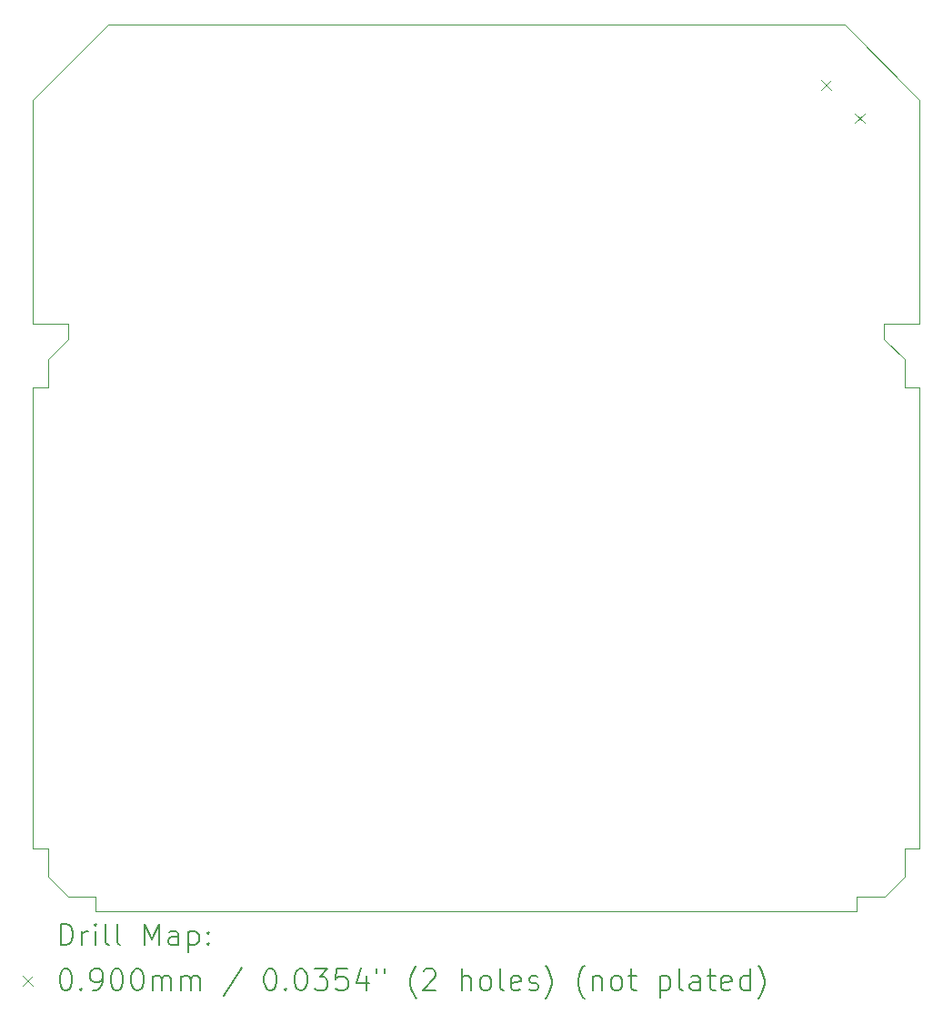
<source format=gbr>
%TF.GenerationSoftware,KiCad,Pcbnew,7.0.5-0*%
%TF.CreationDate,2023-06-16T23:12:30-07:00*%
%TF.ProjectId,Jumperless2,4a756d70-6572-46c6-9573-73322e6b6963,rev?*%
%TF.SameCoordinates,Original*%
%TF.FileFunction,Drillmap*%
%TF.FilePolarity,Positive*%
%FSLAX45Y45*%
G04 Gerber Fmt 4.5, Leading zero omitted, Abs format (unit mm)*
G04 Created by KiCad (PCBNEW 7.0.5-0) date 2023-06-16 23:12:30*
%MOMM*%
%LPD*%
G01*
G04 APERTURE LIST*
%ADD10C,0.100000*%
%ADD11C,0.200000*%
%ADD12C,0.090000*%
G04 APERTURE END LIST*
D10*
X11714500Y-18148300D02*
X11714500Y-13855700D01*
X3459500Y-13258800D02*
X3459500Y-11176000D01*
X11390650Y-18592800D02*
X11130300Y-18592800D01*
X11384300Y-13398500D02*
X11384300Y-13404850D01*
X3459500Y-18148300D02*
X3599200Y-18148300D01*
X3777000Y-13258800D02*
X3459500Y-13258800D01*
X11714500Y-18148300D02*
X11574800Y-18148300D01*
X3459500Y-11176000D02*
X4158000Y-10477500D01*
X11130300Y-18732500D02*
X4043700Y-18732500D01*
X3789700Y-13404850D02*
X3599200Y-13595350D01*
X3599200Y-18148300D02*
X3599200Y-18408650D01*
X11130300Y-18592800D02*
X11130300Y-18732500D01*
X11384300Y-13404850D02*
X11574800Y-13595350D01*
X3789700Y-13258800D02*
X3789700Y-13404850D01*
X11397000Y-13258800D02*
X11384300Y-13258800D01*
X3777000Y-13258800D02*
X3789700Y-13258800D01*
X3783350Y-18592800D02*
X4043700Y-18592800D01*
X11574800Y-18148300D02*
X11574800Y-18408650D01*
X11714500Y-11176000D02*
X11016000Y-10477500D01*
X3599200Y-13595350D02*
X3599200Y-13855700D01*
X3459500Y-13855700D02*
X3459500Y-18148300D01*
X4043700Y-18592800D02*
X4043700Y-18732500D01*
X11574800Y-13855700D02*
X11714500Y-13855700D01*
X11016000Y-10477500D02*
X4158000Y-10477500D01*
X3599200Y-13855700D02*
X3459500Y-13855700D01*
X11574800Y-18408650D02*
X11390650Y-18592800D01*
X11397000Y-13258800D02*
X11714500Y-13258800D01*
X11574800Y-13595350D02*
X11574800Y-13855700D01*
X11384300Y-13258800D02*
X11384300Y-13398500D01*
X11714500Y-13258800D02*
X11714500Y-11176000D01*
X3599200Y-18408650D02*
X3783350Y-18592800D01*
D11*
D12*
X10799587Y-10993787D02*
X10889587Y-11083787D01*
X10889587Y-10993787D02*
X10799587Y-11083787D01*
X11110714Y-11304913D02*
X11200713Y-11394913D01*
X11200713Y-11304913D02*
X11110714Y-11394913D01*
D11*
X3715277Y-19048984D02*
X3715277Y-18848984D01*
X3715277Y-18848984D02*
X3762896Y-18848984D01*
X3762896Y-18848984D02*
X3791467Y-18858508D01*
X3791467Y-18858508D02*
X3810515Y-18877555D01*
X3810515Y-18877555D02*
X3820039Y-18896603D01*
X3820039Y-18896603D02*
X3829562Y-18934698D01*
X3829562Y-18934698D02*
X3829562Y-18963270D01*
X3829562Y-18963270D02*
X3820039Y-19001365D01*
X3820039Y-19001365D02*
X3810515Y-19020412D01*
X3810515Y-19020412D02*
X3791467Y-19039460D01*
X3791467Y-19039460D02*
X3762896Y-19048984D01*
X3762896Y-19048984D02*
X3715277Y-19048984D01*
X3915277Y-19048984D02*
X3915277Y-18915650D01*
X3915277Y-18953746D02*
X3924801Y-18934698D01*
X3924801Y-18934698D02*
X3934324Y-18925174D01*
X3934324Y-18925174D02*
X3953372Y-18915650D01*
X3953372Y-18915650D02*
X3972420Y-18915650D01*
X4039086Y-19048984D02*
X4039086Y-18915650D01*
X4039086Y-18848984D02*
X4029562Y-18858508D01*
X4029562Y-18858508D02*
X4039086Y-18868031D01*
X4039086Y-18868031D02*
X4048610Y-18858508D01*
X4048610Y-18858508D02*
X4039086Y-18848984D01*
X4039086Y-18848984D02*
X4039086Y-18868031D01*
X4162896Y-19048984D02*
X4143848Y-19039460D01*
X4143848Y-19039460D02*
X4134324Y-19020412D01*
X4134324Y-19020412D02*
X4134324Y-18848984D01*
X4267658Y-19048984D02*
X4248610Y-19039460D01*
X4248610Y-19039460D02*
X4239086Y-19020412D01*
X4239086Y-19020412D02*
X4239086Y-18848984D01*
X4496229Y-19048984D02*
X4496229Y-18848984D01*
X4496229Y-18848984D02*
X4562896Y-18991841D01*
X4562896Y-18991841D02*
X4629563Y-18848984D01*
X4629563Y-18848984D02*
X4629563Y-19048984D01*
X4810515Y-19048984D02*
X4810515Y-18944222D01*
X4810515Y-18944222D02*
X4800991Y-18925174D01*
X4800991Y-18925174D02*
X4781944Y-18915650D01*
X4781944Y-18915650D02*
X4743848Y-18915650D01*
X4743848Y-18915650D02*
X4724801Y-18925174D01*
X4810515Y-19039460D02*
X4791467Y-19048984D01*
X4791467Y-19048984D02*
X4743848Y-19048984D01*
X4743848Y-19048984D02*
X4724801Y-19039460D01*
X4724801Y-19039460D02*
X4715277Y-19020412D01*
X4715277Y-19020412D02*
X4715277Y-19001365D01*
X4715277Y-19001365D02*
X4724801Y-18982317D01*
X4724801Y-18982317D02*
X4743848Y-18972793D01*
X4743848Y-18972793D02*
X4791467Y-18972793D01*
X4791467Y-18972793D02*
X4810515Y-18963270D01*
X4905753Y-18915650D02*
X4905753Y-19115650D01*
X4905753Y-18925174D02*
X4924801Y-18915650D01*
X4924801Y-18915650D02*
X4962896Y-18915650D01*
X4962896Y-18915650D02*
X4981944Y-18925174D01*
X4981944Y-18925174D02*
X4991467Y-18934698D01*
X4991467Y-18934698D02*
X5000991Y-18953746D01*
X5000991Y-18953746D02*
X5000991Y-19010889D01*
X5000991Y-19010889D02*
X4991467Y-19029936D01*
X4991467Y-19029936D02*
X4981944Y-19039460D01*
X4981944Y-19039460D02*
X4962896Y-19048984D01*
X4962896Y-19048984D02*
X4924801Y-19048984D01*
X4924801Y-19048984D02*
X4905753Y-19039460D01*
X5086705Y-19029936D02*
X5096229Y-19039460D01*
X5096229Y-19039460D02*
X5086705Y-19048984D01*
X5086705Y-19048984D02*
X5077182Y-19039460D01*
X5077182Y-19039460D02*
X5086705Y-19029936D01*
X5086705Y-19029936D02*
X5086705Y-19048984D01*
X5086705Y-18925174D02*
X5096229Y-18934698D01*
X5096229Y-18934698D02*
X5086705Y-18944222D01*
X5086705Y-18944222D02*
X5077182Y-18934698D01*
X5077182Y-18934698D02*
X5086705Y-18925174D01*
X5086705Y-18925174D02*
X5086705Y-18944222D01*
D12*
X3364500Y-19332500D02*
X3454500Y-19422500D01*
X3454500Y-19332500D02*
X3364500Y-19422500D01*
D11*
X3753372Y-19268984D02*
X3772420Y-19268984D01*
X3772420Y-19268984D02*
X3791467Y-19278508D01*
X3791467Y-19278508D02*
X3800991Y-19288031D01*
X3800991Y-19288031D02*
X3810515Y-19307079D01*
X3810515Y-19307079D02*
X3820039Y-19345174D01*
X3820039Y-19345174D02*
X3820039Y-19392793D01*
X3820039Y-19392793D02*
X3810515Y-19430889D01*
X3810515Y-19430889D02*
X3800991Y-19449936D01*
X3800991Y-19449936D02*
X3791467Y-19459460D01*
X3791467Y-19459460D02*
X3772420Y-19468984D01*
X3772420Y-19468984D02*
X3753372Y-19468984D01*
X3753372Y-19468984D02*
X3734324Y-19459460D01*
X3734324Y-19459460D02*
X3724801Y-19449936D01*
X3724801Y-19449936D02*
X3715277Y-19430889D01*
X3715277Y-19430889D02*
X3705753Y-19392793D01*
X3705753Y-19392793D02*
X3705753Y-19345174D01*
X3705753Y-19345174D02*
X3715277Y-19307079D01*
X3715277Y-19307079D02*
X3724801Y-19288031D01*
X3724801Y-19288031D02*
X3734324Y-19278508D01*
X3734324Y-19278508D02*
X3753372Y-19268984D01*
X3905753Y-19449936D02*
X3915277Y-19459460D01*
X3915277Y-19459460D02*
X3905753Y-19468984D01*
X3905753Y-19468984D02*
X3896229Y-19459460D01*
X3896229Y-19459460D02*
X3905753Y-19449936D01*
X3905753Y-19449936D02*
X3905753Y-19468984D01*
X4010515Y-19468984D02*
X4048610Y-19468984D01*
X4048610Y-19468984D02*
X4067658Y-19459460D01*
X4067658Y-19459460D02*
X4077182Y-19449936D01*
X4077182Y-19449936D02*
X4096229Y-19421365D01*
X4096229Y-19421365D02*
X4105753Y-19383270D01*
X4105753Y-19383270D02*
X4105753Y-19307079D01*
X4105753Y-19307079D02*
X4096229Y-19288031D01*
X4096229Y-19288031D02*
X4086705Y-19278508D01*
X4086705Y-19278508D02*
X4067658Y-19268984D01*
X4067658Y-19268984D02*
X4029562Y-19268984D01*
X4029562Y-19268984D02*
X4010515Y-19278508D01*
X4010515Y-19278508D02*
X4000991Y-19288031D01*
X4000991Y-19288031D02*
X3991467Y-19307079D01*
X3991467Y-19307079D02*
X3991467Y-19354698D01*
X3991467Y-19354698D02*
X4000991Y-19373746D01*
X4000991Y-19373746D02*
X4010515Y-19383270D01*
X4010515Y-19383270D02*
X4029562Y-19392793D01*
X4029562Y-19392793D02*
X4067658Y-19392793D01*
X4067658Y-19392793D02*
X4086705Y-19383270D01*
X4086705Y-19383270D02*
X4096229Y-19373746D01*
X4096229Y-19373746D02*
X4105753Y-19354698D01*
X4229563Y-19268984D02*
X4248610Y-19268984D01*
X4248610Y-19268984D02*
X4267658Y-19278508D01*
X4267658Y-19278508D02*
X4277182Y-19288031D01*
X4277182Y-19288031D02*
X4286705Y-19307079D01*
X4286705Y-19307079D02*
X4296229Y-19345174D01*
X4296229Y-19345174D02*
X4296229Y-19392793D01*
X4296229Y-19392793D02*
X4286705Y-19430889D01*
X4286705Y-19430889D02*
X4277182Y-19449936D01*
X4277182Y-19449936D02*
X4267658Y-19459460D01*
X4267658Y-19459460D02*
X4248610Y-19468984D01*
X4248610Y-19468984D02*
X4229563Y-19468984D01*
X4229563Y-19468984D02*
X4210515Y-19459460D01*
X4210515Y-19459460D02*
X4200991Y-19449936D01*
X4200991Y-19449936D02*
X4191467Y-19430889D01*
X4191467Y-19430889D02*
X4181943Y-19392793D01*
X4181943Y-19392793D02*
X4181943Y-19345174D01*
X4181943Y-19345174D02*
X4191467Y-19307079D01*
X4191467Y-19307079D02*
X4200991Y-19288031D01*
X4200991Y-19288031D02*
X4210515Y-19278508D01*
X4210515Y-19278508D02*
X4229563Y-19268984D01*
X4420039Y-19268984D02*
X4439086Y-19268984D01*
X4439086Y-19268984D02*
X4458134Y-19278508D01*
X4458134Y-19278508D02*
X4467658Y-19288031D01*
X4467658Y-19288031D02*
X4477182Y-19307079D01*
X4477182Y-19307079D02*
X4486705Y-19345174D01*
X4486705Y-19345174D02*
X4486705Y-19392793D01*
X4486705Y-19392793D02*
X4477182Y-19430889D01*
X4477182Y-19430889D02*
X4467658Y-19449936D01*
X4467658Y-19449936D02*
X4458134Y-19459460D01*
X4458134Y-19459460D02*
X4439086Y-19468984D01*
X4439086Y-19468984D02*
X4420039Y-19468984D01*
X4420039Y-19468984D02*
X4400991Y-19459460D01*
X4400991Y-19459460D02*
X4391467Y-19449936D01*
X4391467Y-19449936D02*
X4381944Y-19430889D01*
X4381944Y-19430889D02*
X4372420Y-19392793D01*
X4372420Y-19392793D02*
X4372420Y-19345174D01*
X4372420Y-19345174D02*
X4381944Y-19307079D01*
X4381944Y-19307079D02*
X4391467Y-19288031D01*
X4391467Y-19288031D02*
X4400991Y-19278508D01*
X4400991Y-19278508D02*
X4420039Y-19268984D01*
X4572420Y-19468984D02*
X4572420Y-19335650D01*
X4572420Y-19354698D02*
X4581944Y-19345174D01*
X4581944Y-19345174D02*
X4600991Y-19335650D01*
X4600991Y-19335650D02*
X4629563Y-19335650D01*
X4629563Y-19335650D02*
X4648610Y-19345174D01*
X4648610Y-19345174D02*
X4658134Y-19364222D01*
X4658134Y-19364222D02*
X4658134Y-19468984D01*
X4658134Y-19364222D02*
X4667658Y-19345174D01*
X4667658Y-19345174D02*
X4686705Y-19335650D01*
X4686705Y-19335650D02*
X4715277Y-19335650D01*
X4715277Y-19335650D02*
X4734325Y-19345174D01*
X4734325Y-19345174D02*
X4743848Y-19364222D01*
X4743848Y-19364222D02*
X4743848Y-19468984D01*
X4839086Y-19468984D02*
X4839086Y-19335650D01*
X4839086Y-19354698D02*
X4848610Y-19345174D01*
X4848610Y-19345174D02*
X4867658Y-19335650D01*
X4867658Y-19335650D02*
X4896229Y-19335650D01*
X4896229Y-19335650D02*
X4915277Y-19345174D01*
X4915277Y-19345174D02*
X4924801Y-19364222D01*
X4924801Y-19364222D02*
X4924801Y-19468984D01*
X4924801Y-19364222D02*
X4934325Y-19345174D01*
X4934325Y-19345174D02*
X4953372Y-19335650D01*
X4953372Y-19335650D02*
X4981944Y-19335650D01*
X4981944Y-19335650D02*
X5000991Y-19345174D01*
X5000991Y-19345174D02*
X5010515Y-19364222D01*
X5010515Y-19364222D02*
X5010515Y-19468984D01*
X5400991Y-19259460D02*
X5229563Y-19516603D01*
X5658134Y-19268984D02*
X5677182Y-19268984D01*
X5677182Y-19268984D02*
X5696229Y-19278508D01*
X5696229Y-19278508D02*
X5705753Y-19288031D01*
X5705753Y-19288031D02*
X5715277Y-19307079D01*
X5715277Y-19307079D02*
X5724801Y-19345174D01*
X5724801Y-19345174D02*
X5724801Y-19392793D01*
X5724801Y-19392793D02*
X5715277Y-19430889D01*
X5715277Y-19430889D02*
X5705753Y-19449936D01*
X5705753Y-19449936D02*
X5696229Y-19459460D01*
X5696229Y-19459460D02*
X5677182Y-19468984D01*
X5677182Y-19468984D02*
X5658134Y-19468984D01*
X5658134Y-19468984D02*
X5639086Y-19459460D01*
X5639086Y-19459460D02*
X5629563Y-19449936D01*
X5629563Y-19449936D02*
X5620039Y-19430889D01*
X5620039Y-19430889D02*
X5610515Y-19392793D01*
X5610515Y-19392793D02*
X5610515Y-19345174D01*
X5610515Y-19345174D02*
X5620039Y-19307079D01*
X5620039Y-19307079D02*
X5629563Y-19288031D01*
X5629563Y-19288031D02*
X5639086Y-19278508D01*
X5639086Y-19278508D02*
X5658134Y-19268984D01*
X5810515Y-19449936D02*
X5820039Y-19459460D01*
X5820039Y-19459460D02*
X5810515Y-19468984D01*
X5810515Y-19468984D02*
X5800991Y-19459460D01*
X5800991Y-19459460D02*
X5810515Y-19449936D01*
X5810515Y-19449936D02*
X5810515Y-19468984D01*
X5943848Y-19268984D02*
X5962896Y-19268984D01*
X5962896Y-19268984D02*
X5981944Y-19278508D01*
X5981944Y-19278508D02*
X5991467Y-19288031D01*
X5991467Y-19288031D02*
X6000991Y-19307079D01*
X6000991Y-19307079D02*
X6010515Y-19345174D01*
X6010515Y-19345174D02*
X6010515Y-19392793D01*
X6010515Y-19392793D02*
X6000991Y-19430889D01*
X6000991Y-19430889D02*
X5991467Y-19449936D01*
X5991467Y-19449936D02*
X5981944Y-19459460D01*
X5981944Y-19459460D02*
X5962896Y-19468984D01*
X5962896Y-19468984D02*
X5943848Y-19468984D01*
X5943848Y-19468984D02*
X5924801Y-19459460D01*
X5924801Y-19459460D02*
X5915277Y-19449936D01*
X5915277Y-19449936D02*
X5905753Y-19430889D01*
X5905753Y-19430889D02*
X5896229Y-19392793D01*
X5896229Y-19392793D02*
X5896229Y-19345174D01*
X5896229Y-19345174D02*
X5905753Y-19307079D01*
X5905753Y-19307079D02*
X5915277Y-19288031D01*
X5915277Y-19288031D02*
X5924801Y-19278508D01*
X5924801Y-19278508D02*
X5943848Y-19268984D01*
X6077182Y-19268984D02*
X6200991Y-19268984D01*
X6200991Y-19268984D02*
X6134325Y-19345174D01*
X6134325Y-19345174D02*
X6162896Y-19345174D01*
X6162896Y-19345174D02*
X6181944Y-19354698D01*
X6181944Y-19354698D02*
X6191467Y-19364222D01*
X6191467Y-19364222D02*
X6200991Y-19383270D01*
X6200991Y-19383270D02*
X6200991Y-19430889D01*
X6200991Y-19430889D02*
X6191467Y-19449936D01*
X6191467Y-19449936D02*
X6181944Y-19459460D01*
X6181944Y-19459460D02*
X6162896Y-19468984D01*
X6162896Y-19468984D02*
X6105753Y-19468984D01*
X6105753Y-19468984D02*
X6086706Y-19459460D01*
X6086706Y-19459460D02*
X6077182Y-19449936D01*
X6381944Y-19268984D02*
X6286706Y-19268984D01*
X6286706Y-19268984D02*
X6277182Y-19364222D01*
X6277182Y-19364222D02*
X6286706Y-19354698D01*
X6286706Y-19354698D02*
X6305753Y-19345174D01*
X6305753Y-19345174D02*
X6353372Y-19345174D01*
X6353372Y-19345174D02*
X6372420Y-19354698D01*
X6372420Y-19354698D02*
X6381944Y-19364222D01*
X6381944Y-19364222D02*
X6391467Y-19383270D01*
X6391467Y-19383270D02*
X6391467Y-19430889D01*
X6391467Y-19430889D02*
X6381944Y-19449936D01*
X6381944Y-19449936D02*
X6372420Y-19459460D01*
X6372420Y-19459460D02*
X6353372Y-19468984D01*
X6353372Y-19468984D02*
X6305753Y-19468984D01*
X6305753Y-19468984D02*
X6286706Y-19459460D01*
X6286706Y-19459460D02*
X6277182Y-19449936D01*
X6562896Y-19335650D02*
X6562896Y-19468984D01*
X6515277Y-19259460D02*
X6467658Y-19402317D01*
X6467658Y-19402317D02*
X6591467Y-19402317D01*
X6658134Y-19268984D02*
X6658134Y-19307079D01*
X6734325Y-19268984D02*
X6734325Y-19307079D01*
X7029563Y-19545174D02*
X7020039Y-19535650D01*
X7020039Y-19535650D02*
X7000991Y-19507079D01*
X7000991Y-19507079D02*
X6991468Y-19488031D01*
X6991468Y-19488031D02*
X6981944Y-19459460D01*
X6981944Y-19459460D02*
X6972420Y-19411841D01*
X6972420Y-19411841D02*
X6972420Y-19373746D01*
X6972420Y-19373746D02*
X6981944Y-19326127D01*
X6981944Y-19326127D02*
X6991468Y-19297555D01*
X6991468Y-19297555D02*
X7000991Y-19278508D01*
X7000991Y-19278508D02*
X7020039Y-19249936D01*
X7020039Y-19249936D02*
X7029563Y-19240412D01*
X7096229Y-19288031D02*
X7105753Y-19278508D01*
X7105753Y-19278508D02*
X7124801Y-19268984D01*
X7124801Y-19268984D02*
X7172420Y-19268984D01*
X7172420Y-19268984D02*
X7191468Y-19278508D01*
X7191468Y-19278508D02*
X7200991Y-19288031D01*
X7200991Y-19288031D02*
X7210515Y-19307079D01*
X7210515Y-19307079D02*
X7210515Y-19326127D01*
X7210515Y-19326127D02*
X7200991Y-19354698D01*
X7200991Y-19354698D02*
X7086706Y-19468984D01*
X7086706Y-19468984D02*
X7210515Y-19468984D01*
X7448610Y-19468984D02*
X7448610Y-19268984D01*
X7534325Y-19468984D02*
X7534325Y-19364222D01*
X7534325Y-19364222D02*
X7524801Y-19345174D01*
X7524801Y-19345174D02*
X7505753Y-19335650D01*
X7505753Y-19335650D02*
X7477182Y-19335650D01*
X7477182Y-19335650D02*
X7458134Y-19345174D01*
X7458134Y-19345174D02*
X7448610Y-19354698D01*
X7658134Y-19468984D02*
X7639087Y-19459460D01*
X7639087Y-19459460D02*
X7629563Y-19449936D01*
X7629563Y-19449936D02*
X7620039Y-19430889D01*
X7620039Y-19430889D02*
X7620039Y-19373746D01*
X7620039Y-19373746D02*
X7629563Y-19354698D01*
X7629563Y-19354698D02*
X7639087Y-19345174D01*
X7639087Y-19345174D02*
X7658134Y-19335650D01*
X7658134Y-19335650D02*
X7686706Y-19335650D01*
X7686706Y-19335650D02*
X7705753Y-19345174D01*
X7705753Y-19345174D02*
X7715277Y-19354698D01*
X7715277Y-19354698D02*
X7724801Y-19373746D01*
X7724801Y-19373746D02*
X7724801Y-19430889D01*
X7724801Y-19430889D02*
X7715277Y-19449936D01*
X7715277Y-19449936D02*
X7705753Y-19459460D01*
X7705753Y-19459460D02*
X7686706Y-19468984D01*
X7686706Y-19468984D02*
X7658134Y-19468984D01*
X7839087Y-19468984D02*
X7820039Y-19459460D01*
X7820039Y-19459460D02*
X7810515Y-19440412D01*
X7810515Y-19440412D02*
X7810515Y-19268984D01*
X7991468Y-19459460D02*
X7972420Y-19468984D01*
X7972420Y-19468984D02*
X7934325Y-19468984D01*
X7934325Y-19468984D02*
X7915277Y-19459460D01*
X7915277Y-19459460D02*
X7905753Y-19440412D01*
X7905753Y-19440412D02*
X7905753Y-19364222D01*
X7905753Y-19364222D02*
X7915277Y-19345174D01*
X7915277Y-19345174D02*
X7934325Y-19335650D01*
X7934325Y-19335650D02*
X7972420Y-19335650D01*
X7972420Y-19335650D02*
X7991468Y-19345174D01*
X7991468Y-19345174D02*
X8000991Y-19364222D01*
X8000991Y-19364222D02*
X8000991Y-19383270D01*
X8000991Y-19383270D02*
X7905753Y-19402317D01*
X8077182Y-19459460D02*
X8096230Y-19468984D01*
X8096230Y-19468984D02*
X8134325Y-19468984D01*
X8134325Y-19468984D02*
X8153372Y-19459460D01*
X8153372Y-19459460D02*
X8162896Y-19440412D01*
X8162896Y-19440412D02*
X8162896Y-19430889D01*
X8162896Y-19430889D02*
X8153372Y-19411841D01*
X8153372Y-19411841D02*
X8134325Y-19402317D01*
X8134325Y-19402317D02*
X8105753Y-19402317D01*
X8105753Y-19402317D02*
X8086706Y-19392793D01*
X8086706Y-19392793D02*
X8077182Y-19373746D01*
X8077182Y-19373746D02*
X8077182Y-19364222D01*
X8077182Y-19364222D02*
X8086706Y-19345174D01*
X8086706Y-19345174D02*
X8105753Y-19335650D01*
X8105753Y-19335650D02*
X8134325Y-19335650D01*
X8134325Y-19335650D02*
X8153372Y-19345174D01*
X8229563Y-19545174D02*
X8239087Y-19535650D01*
X8239087Y-19535650D02*
X8258134Y-19507079D01*
X8258134Y-19507079D02*
X8267658Y-19488031D01*
X8267658Y-19488031D02*
X8277182Y-19459460D01*
X8277182Y-19459460D02*
X8286706Y-19411841D01*
X8286706Y-19411841D02*
X8286706Y-19373746D01*
X8286706Y-19373746D02*
X8277182Y-19326127D01*
X8277182Y-19326127D02*
X8267658Y-19297555D01*
X8267658Y-19297555D02*
X8258134Y-19278508D01*
X8258134Y-19278508D02*
X8239087Y-19249936D01*
X8239087Y-19249936D02*
X8229563Y-19240412D01*
X8591468Y-19545174D02*
X8581944Y-19535650D01*
X8581944Y-19535650D02*
X8562896Y-19507079D01*
X8562896Y-19507079D02*
X8553373Y-19488031D01*
X8553373Y-19488031D02*
X8543849Y-19459460D01*
X8543849Y-19459460D02*
X8534325Y-19411841D01*
X8534325Y-19411841D02*
X8534325Y-19373746D01*
X8534325Y-19373746D02*
X8543849Y-19326127D01*
X8543849Y-19326127D02*
X8553373Y-19297555D01*
X8553373Y-19297555D02*
X8562896Y-19278508D01*
X8562896Y-19278508D02*
X8581944Y-19249936D01*
X8581944Y-19249936D02*
X8591468Y-19240412D01*
X8667658Y-19335650D02*
X8667658Y-19468984D01*
X8667658Y-19354698D02*
X8677182Y-19345174D01*
X8677182Y-19345174D02*
X8696230Y-19335650D01*
X8696230Y-19335650D02*
X8724801Y-19335650D01*
X8724801Y-19335650D02*
X8743849Y-19345174D01*
X8743849Y-19345174D02*
X8753373Y-19364222D01*
X8753373Y-19364222D02*
X8753373Y-19468984D01*
X8877182Y-19468984D02*
X8858134Y-19459460D01*
X8858134Y-19459460D02*
X8848611Y-19449936D01*
X8848611Y-19449936D02*
X8839087Y-19430889D01*
X8839087Y-19430889D02*
X8839087Y-19373746D01*
X8839087Y-19373746D02*
X8848611Y-19354698D01*
X8848611Y-19354698D02*
X8858134Y-19345174D01*
X8858134Y-19345174D02*
X8877182Y-19335650D01*
X8877182Y-19335650D02*
X8905754Y-19335650D01*
X8905754Y-19335650D02*
X8924801Y-19345174D01*
X8924801Y-19345174D02*
X8934325Y-19354698D01*
X8934325Y-19354698D02*
X8943849Y-19373746D01*
X8943849Y-19373746D02*
X8943849Y-19430889D01*
X8943849Y-19430889D02*
X8934325Y-19449936D01*
X8934325Y-19449936D02*
X8924801Y-19459460D01*
X8924801Y-19459460D02*
X8905754Y-19468984D01*
X8905754Y-19468984D02*
X8877182Y-19468984D01*
X9000992Y-19335650D02*
X9077182Y-19335650D01*
X9029563Y-19268984D02*
X9029563Y-19440412D01*
X9029563Y-19440412D02*
X9039087Y-19459460D01*
X9039087Y-19459460D02*
X9058134Y-19468984D01*
X9058134Y-19468984D02*
X9077182Y-19468984D01*
X9296230Y-19335650D02*
X9296230Y-19535650D01*
X9296230Y-19345174D02*
X9315277Y-19335650D01*
X9315277Y-19335650D02*
X9353373Y-19335650D01*
X9353373Y-19335650D02*
X9372420Y-19345174D01*
X9372420Y-19345174D02*
X9381944Y-19354698D01*
X9381944Y-19354698D02*
X9391468Y-19373746D01*
X9391468Y-19373746D02*
X9391468Y-19430889D01*
X9391468Y-19430889D02*
X9381944Y-19449936D01*
X9381944Y-19449936D02*
X9372420Y-19459460D01*
X9372420Y-19459460D02*
X9353373Y-19468984D01*
X9353373Y-19468984D02*
X9315277Y-19468984D01*
X9315277Y-19468984D02*
X9296230Y-19459460D01*
X9505754Y-19468984D02*
X9486706Y-19459460D01*
X9486706Y-19459460D02*
X9477182Y-19440412D01*
X9477182Y-19440412D02*
X9477182Y-19268984D01*
X9667658Y-19468984D02*
X9667658Y-19364222D01*
X9667658Y-19364222D02*
X9658135Y-19345174D01*
X9658135Y-19345174D02*
X9639087Y-19335650D01*
X9639087Y-19335650D02*
X9600992Y-19335650D01*
X9600992Y-19335650D02*
X9581944Y-19345174D01*
X9667658Y-19459460D02*
X9648611Y-19468984D01*
X9648611Y-19468984D02*
X9600992Y-19468984D01*
X9600992Y-19468984D02*
X9581944Y-19459460D01*
X9581944Y-19459460D02*
X9572420Y-19440412D01*
X9572420Y-19440412D02*
X9572420Y-19421365D01*
X9572420Y-19421365D02*
X9581944Y-19402317D01*
X9581944Y-19402317D02*
X9600992Y-19392793D01*
X9600992Y-19392793D02*
X9648611Y-19392793D01*
X9648611Y-19392793D02*
X9667658Y-19383270D01*
X9734325Y-19335650D02*
X9810515Y-19335650D01*
X9762896Y-19268984D02*
X9762896Y-19440412D01*
X9762896Y-19440412D02*
X9772420Y-19459460D01*
X9772420Y-19459460D02*
X9791468Y-19468984D01*
X9791468Y-19468984D02*
X9810515Y-19468984D01*
X9953373Y-19459460D02*
X9934325Y-19468984D01*
X9934325Y-19468984D02*
X9896230Y-19468984D01*
X9896230Y-19468984D02*
X9877182Y-19459460D01*
X9877182Y-19459460D02*
X9867658Y-19440412D01*
X9867658Y-19440412D02*
X9867658Y-19364222D01*
X9867658Y-19364222D02*
X9877182Y-19345174D01*
X9877182Y-19345174D02*
X9896230Y-19335650D01*
X9896230Y-19335650D02*
X9934325Y-19335650D01*
X9934325Y-19335650D02*
X9953373Y-19345174D01*
X9953373Y-19345174D02*
X9962896Y-19364222D01*
X9962896Y-19364222D02*
X9962896Y-19383270D01*
X9962896Y-19383270D02*
X9867658Y-19402317D01*
X10134325Y-19468984D02*
X10134325Y-19268984D01*
X10134325Y-19459460D02*
X10115277Y-19468984D01*
X10115277Y-19468984D02*
X10077182Y-19468984D01*
X10077182Y-19468984D02*
X10058135Y-19459460D01*
X10058135Y-19459460D02*
X10048611Y-19449936D01*
X10048611Y-19449936D02*
X10039087Y-19430889D01*
X10039087Y-19430889D02*
X10039087Y-19373746D01*
X10039087Y-19373746D02*
X10048611Y-19354698D01*
X10048611Y-19354698D02*
X10058135Y-19345174D01*
X10058135Y-19345174D02*
X10077182Y-19335650D01*
X10077182Y-19335650D02*
X10115277Y-19335650D01*
X10115277Y-19335650D02*
X10134325Y-19345174D01*
X10210516Y-19545174D02*
X10220039Y-19535650D01*
X10220039Y-19535650D02*
X10239087Y-19507079D01*
X10239087Y-19507079D02*
X10248611Y-19488031D01*
X10248611Y-19488031D02*
X10258135Y-19459460D01*
X10258135Y-19459460D02*
X10267658Y-19411841D01*
X10267658Y-19411841D02*
X10267658Y-19373746D01*
X10267658Y-19373746D02*
X10258135Y-19326127D01*
X10258135Y-19326127D02*
X10248611Y-19297555D01*
X10248611Y-19297555D02*
X10239087Y-19278508D01*
X10239087Y-19278508D02*
X10220039Y-19249936D01*
X10220039Y-19249936D02*
X10210516Y-19240412D01*
M02*

</source>
